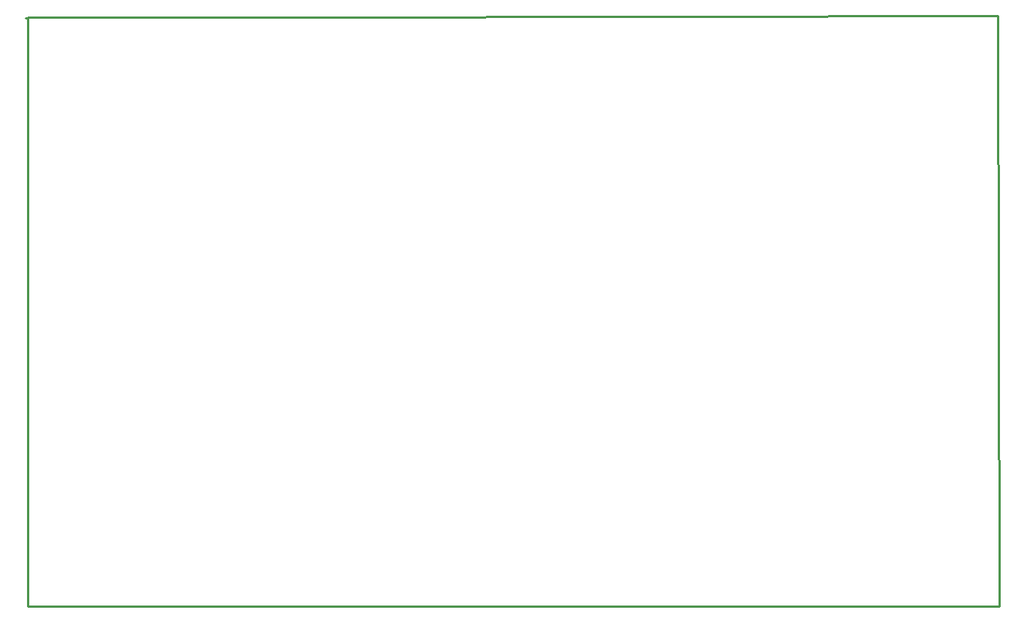
<source format=gko>
G04 Layer: BoardOutlineLayer*
G04 EasyEDA v6.5.50, 2025-05-10 22:03:40*
G04 3dfc61e0309445a68604fa7064afe25b,ba9dcde3079f4f00b3cbb53a4f6625ee,10*
G04 Gerber Generator version 0.2*
G04 Scale: 100 percent, Rotated: No, Reflected: No *
G04 Dimensions in millimeters *
G04 leading zeros omitted , absolute positions ,4 integer and 5 decimal *
%FSLAX45Y45*%
%MOMM*%

%ADD10C,0.2540*%
%ADD11C,0.0110*%
D10*
X3289300Y3073400D02*
G01*
X6515100Y3073400D01*
X14236700Y3086100D01*
X14249400Y-3581400D01*
X3289300Y-3581400D01*
X3289300Y3060700D01*
X3263900Y3060700D01*

%LPD*%
M02*

</source>
